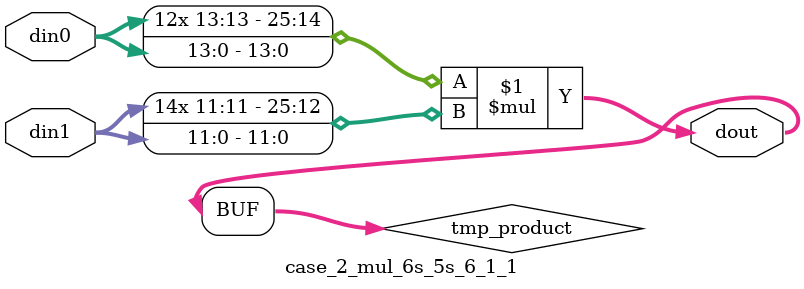
<source format=v>

`timescale 1 ns / 1 ps

 module case_2_mul_6s_5s_6_1_1(din0, din1, dout);
parameter ID = 1;
parameter NUM_STAGE = 0;
parameter din0_WIDTH = 14;
parameter din1_WIDTH = 12;
parameter dout_WIDTH = 26;

input [din0_WIDTH - 1 : 0] din0; 
input [din1_WIDTH - 1 : 0] din1; 
output [dout_WIDTH - 1 : 0] dout;

wire signed [dout_WIDTH - 1 : 0] tmp_product;



























assign tmp_product = $signed(din0) * $signed(din1);








assign dout = tmp_product;





















endmodule

</source>
